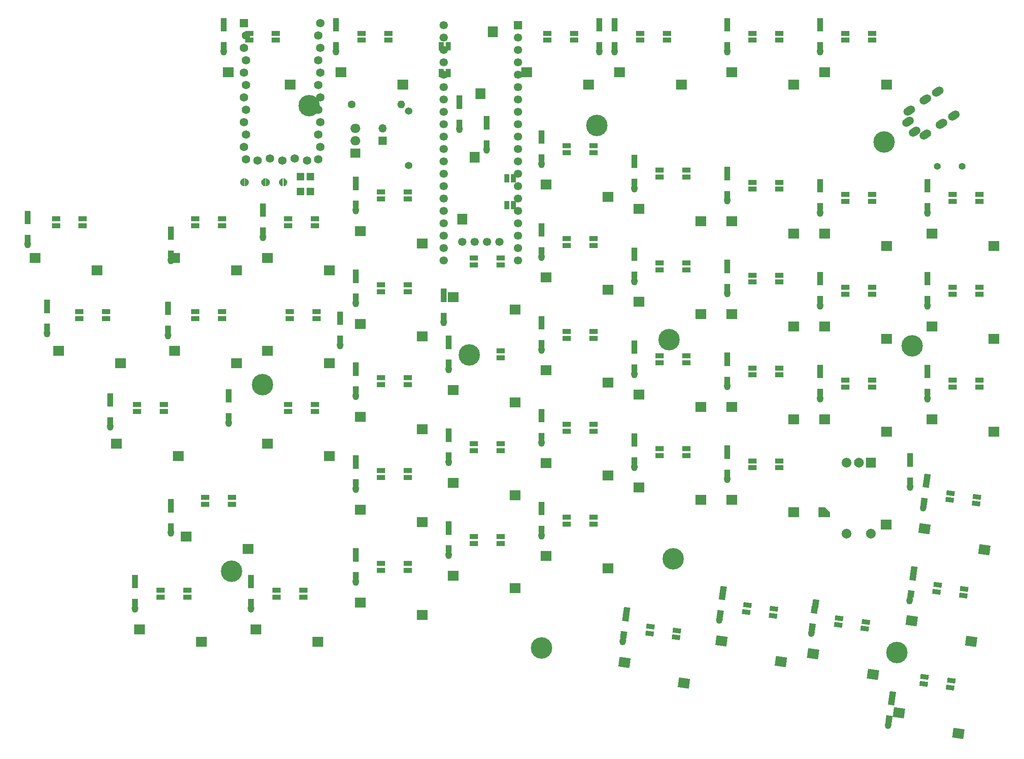
<source format=gtl>
%TF.GenerationSoftware,KiCad,Pcbnew,(6.0.5-0)*%
%TF.CreationDate,2023-02-03T13:19:03-08:00*%
%TF.ProjectId,ergodonk_pcb,6572676f-646f-46e6-9b5f-7063622e6b69,rev?*%
%TF.SameCoordinates,Original*%
%TF.FileFunction,Copper,L1,Top*%
%TF.FilePolarity,Positive*%
%FSLAX46Y46*%
G04 Gerber Fmt 4.6, Leading zero omitted, Abs format (unit mm)*
G04 Created by KiCad (PCBNEW (6.0.5-0)) date 2023-02-03 13:19:03*
%MOMM*%
%LPD*%
G01*
G04 APERTURE LIST*
G04 Aperture macros list*
%AMHorizOval*
0 Thick line with rounded ends*
0 $1 width*
0 $2 $3 position (X,Y) of the first rounded end (center of the circle)*
0 $4 $5 position (X,Y) of the second rounded end (center of the circle)*
0 Add line between two ends*
20,1,$1,$2,$3,$4,$5,0*
0 Add two circle primitives to create the rounded ends*
1,1,$1,$2,$3*
1,1,$1,$4,$5*%
%AMRotRect*
0 Rectangle, with rotation*
0 The origin of the aperture is its center*
0 $1 length*
0 $2 width*
0 $3 Rotation angle, in degrees counterclockwise*
0 Add horizontal line*
21,1,$1,$2,0,0,$3*%
%AMOutline5P*
0 Free polygon, 5 corners , with rotation*
0 The origin of the aperture is its center*
0 number of corners: always 5*
0 $1 to $10 corner X, Y*
0 $11 Rotation angle, in degrees counterclockwise*
0 create outline with 5 corners*
4,1,5,$1,$2,$3,$4,$5,$6,$7,$8,$9,$10,$1,$2,$11*%
%AMOutline6P*
0 Free polygon, 6 corners , with rotation*
0 The origin of the aperture is its center*
0 number of corners: always 6*
0 $1 to $12 corner X, Y*
0 $13 Rotation angle, in degrees counterclockwise*
0 create outline with 6 corners*
4,1,6,$1,$2,$3,$4,$5,$6,$7,$8,$9,$10,$11,$12,$1,$2,$13*%
%AMOutline7P*
0 Free polygon, 7 corners , with rotation*
0 The origin of the aperture is its center*
0 number of corners: always 7*
0 $1 to $14 corner X, Y*
0 $15 Rotation angle, in degrees counterclockwise*
0 create outline with 7 corners*
4,1,7,$1,$2,$3,$4,$5,$6,$7,$8,$9,$10,$11,$12,$13,$14,$1,$2,$15*%
%AMOutline8P*
0 Free polygon, 8 corners , with rotation*
0 The origin of the aperture is its center*
0 number of corners: always 8*
0 $1 to $16 corner X, Y*
0 $17 Rotation angle, in degrees counterclockwise*
0 create outline with 8 corners*
4,1,8,$1,$2,$3,$4,$5,$6,$7,$8,$9,$10,$11,$12,$13,$14,$15,$16,$1,$2,$17*%
G04 Aperture macros list end*
%TA.AperFunction,EtchedComponent*%
%ADD10C,0.010000*%
%TD*%
%TA.AperFunction,SMDPad,CuDef*%
%ADD11R,1.700000X1.000000*%
%TD*%
%TA.AperFunction,SMDPad,CuDef*%
%ADD12R,2.300000X2.000000*%
%TD*%
%TA.AperFunction,SMDPad,CuDef*%
%ADD13RotRect,1.700000X1.000000X172.000000*%
%TD*%
%TA.AperFunction,SMDPad,CuDef*%
%ADD14RotRect,2.300000X2.000000X352.000000*%
%TD*%
%TA.AperFunction,ComponentPad*%
%ADD15C,0.700000*%
%TD*%
%TA.AperFunction,ComponentPad*%
%ADD16C,4.400000*%
%TD*%
%TA.AperFunction,ComponentPad*%
%ADD17C,0.400000*%
%TD*%
%TA.AperFunction,SMDPad,CuDef*%
%ADD18R,1.000000X1.700000*%
%TD*%
%TA.AperFunction,SMDPad,CuDef*%
%ADD19R,2.000000X2.300000*%
%TD*%
%TA.AperFunction,ComponentPad*%
%ADD20R,2.000000X2.000000*%
%TD*%
%TA.AperFunction,ComponentPad*%
%ADD21C,2.000000*%
%TD*%
%TA.AperFunction,SMDPad,CuDef*%
%ADD22Outline5P,-1.150000X1.000000X0.150000X1.000000X1.150000X0.000000X1.150000X-1.000000X-1.150000X-1.000000X0.000000*%
%TD*%
%TA.AperFunction,ComponentPad*%
%ADD23R,1.752600X1.752600*%
%TD*%
%TA.AperFunction,ComponentPad*%
%ADD24C,1.752600*%
%TD*%
%TA.AperFunction,ComponentPad*%
%ADD25R,1.524000X1.524000*%
%TD*%
%TA.AperFunction,SMDPad,CuDef*%
%ADD26R,1.300000X1.400000*%
%TD*%
%TA.AperFunction,ComponentPad*%
%ADD27R,1.300000X1.778000*%
%TD*%
%TA.AperFunction,ComponentPad*%
%ADD28O,1.300000X1.778000*%
%TD*%
%TA.AperFunction,ComponentPad*%
%ADD29HorizOval,1.700000X-0.332394X-0.222518X0.332394X0.222518X0*%
%TD*%
%TA.AperFunction,ComponentPad*%
%ADD30C,1.397000*%
%TD*%
%TA.AperFunction,SMDPad,CuDef*%
%ADD31RotRect,1.400000X1.300000X82.000000*%
%TD*%
%TA.AperFunction,ComponentPad*%
%ADD32RotRect,1.778000X1.300000X262.000000*%
%TD*%
%TA.AperFunction,ComponentPad*%
%ADD33HorizOval,1.300000X-0.033262X-0.236674X0.033262X0.236674X0*%
%TD*%
%TA.AperFunction,ComponentPad*%
%ADD34R,2.000000X1.905000*%
%TD*%
%TA.AperFunction,ComponentPad*%
%ADD35O,2.000000X1.905000*%
%TD*%
%TA.AperFunction,ComponentPad*%
%ADD36C,1.524000*%
%TD*%
%TA.AperFunction,ComponentPad*%
%ADD37R,1.700000X1.700000*%
%TD*%
%TA.AperFunction,ComponentPad*%
%ADD38C,1.700000*%
%TD*%
%TA.AperFunction,ComponentPad*%
%ADD39O,1.700000X1.700000*%
%TD*%
%TA.AperFunction,ComponentPad*%
%ADD40C,1.600000*%
%TD*%
%TA.AperFunction,ComponentPad*%
%ADD41O,1.600000X1.600000*%
%TD*%
G04 APERTURE END LIST*
%TO.C,JP4*%
G36*
X50071500Y-59334450D02*
G01*
X50297100Y-59464750D01*
X50464500Y-59664250D01*
X50553600Y-59909050D01*
X50553600Y-60169450D01*
X50464500Y-60414250D01*
X50297100Y-60613750D01*
X50071500Y-60744050D01*
X49815000Y-60789250D01*
X49815000Y-59289250D01*
X50071500Y-59334450D01*
G37*
D10*
X50071500Y-59334450D02*
X50297100Y-59464750D01*
X50464500Y-59664250D01*
X50553600Y-59909050D01*
X50553600Y-60169450D01*
X50464500Y-60414250D01*
X50297100Y-60613750D01*
X50071500Y-60744050D01*
X49815000Y-60789250D01*
X49815000Y-59289250D01*
X50071500Y-59334450D01*
G36*
X49615000Y-60789250D02*
G01*
X49358500Y-60744050D01*
X49132900Y-60613750D01*
X48965500Y-60414250D01*
X48876400Y-60169450D01*
X48876400Y-59909050D01*
X48965500Y-59664250D01*
X49132900Y-59464750D01*
X49358500Y-59334450D01*
X49615000Y-59289250D01*
X49615000Y-60789250D01*
G37*
X49615000Y-60789250D02*
X49358500Y-60744050D01*
X49132900Y-60613750D01*
X48965500Y-60414250D01*
X48876400Y-60169450D01*
X48876400Y-59909050D01*
X48965500Y-59664250D01*
X49132900Y-59464750D01*
X49358500Y-59334450D01*
X49615000Y-59289250D01*
X49615000Y-60789250D01*
%TO.C,JP5*%
G36*
X53696500Y-59334450D02*
G01*
X53922100Y-59464750D01*
X54089500Y-59664250D01*
X54178600Y-59909050D01*
X54178600Y-60169450D01*
X54089500Y-60414250D01*
X53922100Y-60613750D01*
X53696500Y-60744050D01*
X53440000Y-60789250D01*
X53440000Y-59289250D01*
X53696500Y-59334450D01*
G37*
X53696500Y-59334450D02*
X53922100Y-59464750D01*
X54089500Y-59664250D01*
X54178600Y-59909050D01*
X54178600Y-60169450D01*
X54089500Y-60414250D01*
X53922100Y-60613750D01*
X53696500Y-60744050D01*
X53440000Y-60789250D01*
X53440000Y-59289250D01*
X53696500Y-59334450D01*
G36*
X53240000Y-60789250D02*
G01*
X52983500Y-60744050D01*
X52757900Y-60613750D01*
X52590500Y-60414250D01*
X52501400Y-60169450D01*
X52501400Y-59909050D01*
X52590500Y-59664250D01*
X52757900Y-59464750D01*
X52983500Y-59334450D01*
X53240000Y-59289250D01*
X53240000Y-60789250D01*
G37*
X53240000Y-60789250D02*
X52983500Y-60744050D01*
X52757900Y-60613750D01*
X52590500Y-60414250D01*
X52501400Y-60169450D01*
X52501400Y-59909050D01*
X52590500Y-59664250D01*
X52757900Y-59464750D01*
X52983500Y-59334450D01*
X53240000Y-59289250D01*
X53240000Y-60789250D01*
%TO.C,JP2*%
G36*
X45759000Y-59334450D02*
G01*
X45984600Y-59464750D01*
X46152000Y-59664250D01*
X46241100Y-59909050D01*
X46241100Y-60169450D01*
X46152000Y-60414250D01*
X45984600Y-60613750D01*
X45759000Y-60744050D01*
X45502500Y-60789250D01*
X45502500Y-59289250D01*
X45759000Y-59334450D01*
G37*
X45759000Y-59334450D02*
X45984600Y-59464750D01*
X46152000Y-59664250D01*
X46241100Y-59909050D01*
X46241100Y-60169450D01*
X46152000Y-60414250D01*
X45984600Y-60613750D01*
X45759000Y-60744050D01*
X45502500Y-60789250D01*
X45502500Y-59289250D01*
X45759000Y-59334450D01*
G36*
X45302500Y-60789250D02*
G01*
X45046000Y-60744050D01*
X44820400Y-60613750D01*
X44653000Y-60414250D01*
X44563900Y-60169450D01*
X44563900Y-59909050D01*
X44653000Y-59664250D01*
X44820400Y-59464750D01*
X45046000Y-59334450D01*
X45302500Y-59289250D01*
X45302500Y-60789250D01*
G37*
X45302500Y-60789250D02*
X45046000Y-60744050D01*
X44820400Y-60613750D01*
X44653000Y-60414250D01*
X44563900Y-60169450D01*
X44563900Y-59909050D01*
X44653000Y-59664250D01*
X44820400Y-59464750D01*
X45046000Y-59334450D01*
X45302500Y-59289250D01*
X45302500Y-60789250D01*
%TD*%
D11*
%TO.P,SW14,1,VDD*%
%TO.N,VDD*%
X111550000Y-53976000D03*
%TO.P,SW14,2,DOUT*%
%TO.N,Net-(SW14-Pad2)*%
X111550000Y-52576000D03*
%TO.P,SW14,3,GND*%
%TO.N,GND*%
X117050000Y-52576000D03*
%TO.P,SW14,4,DIN*%
%TO.N,Net-(SW13-Pad2)*%
X117050000Y-53976000D03*
D12*
%TO.P,SW14,5*%
%TO.N,Net-(D14-Pad2)*%
X120000000Y-63095000D03*
%TO.P,SW14,6*%
%TO.N,col4*%
X107300000Y-60555000D03*
%TD*%
D11*
%TO.P,SW35,1,VDD*%
%TO.N,VDD*%
X92500000Y-96076000D03*
%TO.P,SW35,2,DOUT*%
%TO.N,Net-(SW35-Pad2)*%
X92500000Y-94676000D03*
%TO.P,SW35,3,GND*%
%TO.N,GND*%
X98000000Y-94676000D03*
%TO.P,SW35,4,DIN*%
%TO.N,Net-(SW34-Pad2)*%
X98000000Y-96076000D03*
D12*
%TO.P,SW35,5*%
%TO.N,Net-(D35-Pad2)*%
X100950000Y-105195000D03*
%TO.P,SW35,6*%
%TO.N,col5*%
X88250000Y-102655000D03*
%TD*%
D11*
%TO.P,SW18_RH10,1,VDD*%
%TO.N,VDD*%
X35350000Y-68976000D03*
%TO.P,SW18_RH10,2,DOUT*%
%TO.N,Net-(SW28_RH10-Pad4)*%
X35350000Y-67576000D03*
%TO.P,SW18_RH10,3,GND*%
%TO.N,GND*%
X40850000Y-67576000D03*
%TO.P,SW18_RH10,4,DIN*%
%TO.N,Net-(SW18_RH10-Pad4)*%
X40850000Y-68976000D03*
D12*
%TO.P,SW18_RH10,5*%
%TO.N,Net-(D18_RH10-Pad2)*%
X43800000Y-78095000D03*
%TO.P,SW18_RH10,6*%
%TO.N,col0*%
X31100000Y-75555000D03*
%TD*%
D13*
%TO.P,SW51,1,VDD*%
%TO.N,VDD*%
X167258911Y-150853929D03*
%TO.P,SW51,2,DOUT*%
%TO.N,Net-(SW50-Pad4)*%
X167453753Y-149467554D03*
%TO.P,SW51,3,GND*%
%TO.N,GND*%
X172900228Y-150233006D03*
%TO.P,SW51,4,DIN*%
%TO.N,Net-(SW51-Pad4)*%
X172705385Y-151619381D03*
D14*
%TO.P,SW51,5*%
%TO.N,Net-(D51-Pad2)*%
X174357557Y-161060196D03*
%TO.P,SW51,6*%
%TO.N,SW41A*%
X162134652Y-156777417D03*
%TD*%
D15*
%TO.P,H7,1*%
%TO.N,N/C*%
X42799000Y-138177000D03*
X41632274Y-140993726D03*
X43965726Y-140993726D03*
X42799000Y-141477000D03*
D16*
X42799000Y-139827000D03*
D15*
X43965726Y-138660274D03*
X44449000Y-139827000D03*
X41632274Y-138660274D03*
X41149000Y-139827000D03*
%TD*%
D11*
%TO.P,SW33,1,VDD*%
%TO.N,VDD*%
X130600000Y-97076000D03*
%TO.P,SW33,2,DOUT*%
%TO.N,Net-(SW33-Pad2)*%
X130600000Y-95676000D03*
%TO.P,SW33,3,GND*%
%TO.N,GND*%
X136100000Y-95676000D03*
%TO.P,SW33,4,DIN*%
%TO.N,Net-(SW32-Pad2)*%
X136100000Y-97076000D03*
D12*
%TO.P,SW33,5*%
%TO.N,Net-(D33-Pad2)*%
X139050000Y-106195000D03*
%TO.P,SW33,6*%
%TO.N,col3*%
X126350000Y-103655000D03*
%TD*%
D17*
%TO.P,JP4,1,A*%
%TO.N,Net-(JP4-Pad1)*%
X49265000Y-60039250D03*
%TO.P,JP4,2,B*%
%TO.N,Net-(SW20-Pad4)*%
X50165000Y-60039250D03*
%TD*%
D15*
%TO.P,H5,1*%
%TO.N,N/C*%
X132183274Y-138485476D03*
X133350000Y-138968750D03*
X131700000Y-137318750D03*
X134516726Y-136152024D03*
X135000000Y-137318750D03*
D16*
X133350000Y-137318750D03*
D15*
X134516726Y-138485476D03*
X132183274Y-136152024D03*
X133350000Y-135668750D03*
%TD*%
D11*
%TO.P,SW28_RH10,1,VDD*%
%TO.N,VDD*%
X11537500Y-88026000D03*
%TO.P,SW28_RH10,2,DOUT*%
%TO.N,Net-(SW28_RH10-Pad2)*%
X11537500Y-86626000D03*
%TO.P,SW28_RH10,3,GND*%
%TO.N,GND*%
X17037500Y-86626000D03*
%TO.P,SW28_RH10,4,DIN*%
%TO.N,Net-(SW28_RH10-Pad4)*%
X17037500Y-88026000D03*
D12*
%TO.P,SW28_RH10,5*%
%TO.N,Net-(D28_RH10-Pad2)*%
X19987500Y-97145000D03*
%TO.P,SW28_RH10,6*%
%TO.N,col0*%
X7287500Y-94605000D03*
%TD*%
D11*
%TO.P,SW16,1,VDD*%
%TO.N,VDD*%
X73450000Y-63476000D03*
%TO.P,SW16,2,DOUT*%
%TO.N,Net-(SW16-Pad2)*%
X73450000Y-62076000D03*
%TO.P,SW16,3,GND*%
%TO.N,GND*%
X78950000Y-62076000D03*
%TO.P,SW16,4,DIN*%
%TO.N,Net-(SW15-Pad2)*%
X78950000Y-63476000D03*
D12*
%TO.P,SW16,5*%
%TO.N,Net-(D16-Pad2)*%
X81900000Y-72595000D03*
%TO.P,SW16,6*%
%TO.N,col6*%
X69200000Y-70055000D03*
%TD*%
D11*
%TO.P,SW45,1,VDD*%
%TO.N,VDD*%
X92500000Y-115126000D03*
%TO.P,SW45,2,DOUT*%
%TO.N,Net-(SW44-Pad4)*%
X92500000Y-113726000D03*
%TO.P,SW45,3,GND*%
%TO.N,GND*%
X98000000Y-113726000D03*
%TO.P,SW45,4,DIN*%
%TO.N,Net-(SW45-Pad4)*%
X98000000Y-115126000D03*
D12*
%TO.P,SW45,5*%
%TO.N,Net-(D45-Pad2)*%
X100950000Y-124245000D03*
%TO.P,SW45,6*%
%TO.N,col5*%
X88250000Y-121705000D03*
%TD*%
D11*
%TO.P,SW6,1,VDD*%
%TO.N,VDD*%
X69450000Y-30926000D03*
%TO.P,SW6,2,DOUT*%
%TO.N,Net-(SW6-Pad2)*%
X69450000Y-29526000D03*
%TO.P,SW6,3,GND*%
%TO.N,GND*%
X74950000Y-29526000D03*
%TO.P,SW6,4,DIN*%
%TO.N,Net-(SW5-Pad2)*%
X74950000Y-30926000D03*
D12*
%TO.P,SW6,5*%
%TO.N,Net-(D6-Pad2)*%
X77900000Y-40045000D03*
%TO.P,SW6,6*%
%TO.N,col6*%
X65200000Y-37505000D03*
%TD*%
D11*
%TO.P,SW55,1,VDD*%
%TO.N,VDD*%
X92500000Y-134176000D03*
%TO.P,SW55,2,DOUT*%
%TO.N,Net-(SW55-Pad2)*%
X92500000Y-132776000D03*
%TO.P,SW55,3,GND*%
%TO.N,GND*%
X98000000Y-132776000D03*
%TO.P,SW55,4,DIN*%
%TO.N,Net-(SW54-Pad2)*%
X98000000Y-134176000D03*
D12*
%TO.P,SW55,5*%
%TO.N,Net-(D55-Pad2)*%
X100950000Y-143295000D03*
%TO.P,SW55,6*%
%TO.N,col5*%
X88250000Y-140755000D03*
%TD*%
D18*
%TO.P,SW5,1,VDD*%
%TO.N,VDD*%
X87251000Y-37675000D03*
%TO.P,SW5,2,DOUT*%
%TO.N,Net-(SW5-Pad2)*%
X85851000Y-37675000D03*
%TO.P,SW5,3,GND*%
%TO.N,GND*%
X85851000Y-32175000D03*
%TO.P,SW5,4,DIN*%
%TO.N,Net-(SW5-Pad4)*%
X87251000Y-32175000D03*
D19*
%TO.P,SW5,5*%
%TO.N,Net-(D5-Pad2)*%
X96370000Y-29225000D03*
%TO.P,SW5,6*%
%TO.N,col5*%
X93830000Y-41925000D03*
%TD*%
D20*
%TO.P,SWLH_ROT1,A,A*%
%TO.N,encA*%
X173950000Y-117625000D03*
D21*
%TO.P,SWLH_ROT1,B,B*%
%TO.N,encB*%
X168950000Y-117625000D03*
%TO.P,SWLH_ROT1,C,C*%
%TO.N,GND*%
X171450000Y-117625000D03*
D12*
%TO.P,SWLH_ROT1,S1,S1*%
%TO.N,SW41A*%
X177122000Y-130245000D03*
D21*
X173950000Y-132125000D03*
D22*
%TO.P,SWLH_ROT1,S2,S2*%
%TO.N,SW41B*%
X164422000Y-127705000D03*
D21*
X168950000Y-132125000D03*
%TD*%
D11*
%TO.P,SW43,1,VDD*%
%TO.N,VDD*%
X130600000Y-116126000D03*
%TO.P,SW43,2,DOUT*%
%TO.N,Net-(SW42-Pad4)*%
X130600000Y-114726000D03*
%TO.P,SW43,3,GND*%
%TO.N,GND*%
X136100000Y-114726000D03*
%TO.P,SW43,4,DIN*%
%TO.N,Net-(SW43-Pad4)*%
X136100000Y-116126000D03*
D12*
%TO.P,SW43,5*%
%TO.N,Net-(D43-Pad2)*%
X139050000Y-125245000D03*
%TO.P,SW43,6*%
%TO.N,col3*%
X126350000Y-122705000D03*
%TD*%
D15*
%TO.P,H4,1*%
%TO.N,N/C*%
X180898274Y-156539726D03*
X178081548Y-157706452D03*
X179248274Y-158189726D03*
X177598274Y-156539726D03*
X180415000Y-155373000D03*
X179248274Y-154889726D03*
X178081548Y-155373000D03*
D16*
X179248274Y-156539726D03*
D15*
X180415000Y-157706452D03*
%TD*%
D13*
%TO.P,SW50,1,VDD*%
%TO.N,VDD*%
X184797894Y-162937480D03*
%TO.P,SW50,2,DOUT*%
%TO.N,GND*%
X184992736Y-161551105D03*
%TO.P,SW50,3,GND*%
X190439211Y-162316557D03*
%TO.P,SW50,4,DIN*%
%TO.N,Net-(SW50-Pad4)*%
X190244368Y-163702932D03*
D14*
%TO.P,SW50,5*%
%TO.N,Net-(D50-Pad2)*%
X191896540Y-173143747D03*
%TO.P,SW50,6*%
%TO.N,col0*%
X179673635Y-168860968D03*
%TD*%
D11*
%TO.P,SW21,1,VDD*%
%TO.N,VDD*%
X168700000Y-83026000D03*
%TO.P,SW21,2,DOUT*%
%TO.N,Net-(SW21-Pad2)*%
X168700000Y-81626000D03*
%TO.P,SW21,3,GND*%
%TO.N,GND*%
X174200000Y-81626000D03*
%TO.P,SW21,4,DIN*%
%TO.N,Net-(SW21-Pad4)*%
X174200000Y-83026000D03*
D12*
%TO.P,SW21,5*%
%TO.N,Net-(D21-Pad2)*%
X177150000Y-92145000D03*
%TO.P,SW21,6*%
%TO.N,SW41A*%
X164450000Y-89605000D03*
%TD*%
D11*
%TO.P,SW4,1,VDD*%
%TO.N,VDD*%
X107550000Y-30926000D03*
%TO.P,SW4,2,DOUT*%
%TO.N,Net-(SW5-Pad4)*%
X107550000Y-29526000D03*
%TO.P,SW4,3,GND*%
%TO.N,GND*%
X113050000Y-29526000D03*
%TO.P,SW4,4,DIN*%
%TO.N,Net-(SW3-Pad2)*%
X113050000Y-30926000D03*
D12*
%TO.P,SW4,5*%
%TO.N,Net-(D4-Pad2)*%
X116000000Y-40045000D03*
%TO.P,SW4,6*%
%TO.N,col4*%
X103300000Y-37505000D03*
%TD*%
D23*
%TO.P,U1,1*%
%TO.N,N/C*%
X45331400Y-27448000D03*
D24*
%TO.P,U1,2*%
X45788600Y-29988000D03*
%TO.P,U1,3*%
X45331400Y-32528000D03*
%TO.P,U1,4*%
X45788600Y-35068000D03*
%TO.P,U1,5*%
X45331400Y-37608000D03*
%TO.P,U1,6*%
X45788600Y-40148000D03*
%TO.P,U1,7*%
X45331400Y-42688000D03*
%TO.P,U1,8*%
X45788600Y-45228000D03*
%TO.P,U1,9*%
X45331400Y-47768000D03*
%TO.P,U1,10*%
X45788600Y-50308000D03*
%TO.P,U1,11*%
X45331400Y-52848000D03*
%TO.P,U1,12*%
X45788600Y-55388000D03*
%TO.P,U1,13*%
X60571400Y-55388000D03*
%TO.P,U1,14*%
X61028600Y-52848000D03*
%TO.P,U1,15*%
X60571400Y-50308000D03*
%TO.P,U1,16*%
X61028600Y-47768000D03*
%TO.P,U1,17*%
X60571400Y-45228000D03*
%TO.P,U1,18*%
X61028600Y-42688000D03*
%TO.P,U1,19*%
X60571400Y-40148000D03*
%TO.P,U1,20*%
X61028600Y-37608000D03*
%TO.P,U1,21*%
X60571400Y-35068000D03*
%TO.P,U1,22*%
X61028600Y-32528000D03*
%TO.P,U1,23*%
X60571400Y-29988000D03*
%TO.P,U1,24*%
X61028600Y-27448000D03*
%TO.P,U1,25*%
X48100000Y-55616600D03*
%TO.P,U1,26*%
X50640000Y-55159400D03*
%TO.P,U1,27*%
X53180000Y-55616600D03*
%TO.P,U1,28*%
X55720000Y-55159400D03*
%TO.P,U1,29*%
X58260000Y-55616600D03*
%TD*%
D13*
%TO.P,SW53,1,VDD*%
%TO.N,VDD*%
X128535480Y-152625661D03*
%TO.P,SW53,2,DOUT*%
%TO.N,Net-(SW53-Pad2)*%
X128730322Y-151239286D03*
%TO.P,SW53,3,GND*%
%TO.N,GND*%
X134176797Y-152004738D03*
%TO.P,SW53,4,DIN*%
%TO.N,unconnected-(SW53-Pad4)*%
X133981954Y-153391113D03*
D14*
%TO.P,SW53,5*%
%TO.N,Net-(D53-Pad2)*%
X135634126Y-162831928D03*
%TO.P,SW53,6*%
%TO.N,col3*%
X123411221Y-158549149D03*
%TD*%
D11*
%TO.P,SW26,1,VDD*%
%TO.N,VDD*%
X73450000Y-82526000D03*
%TO.P,SW26,2,DOUT*%
%TO.N,Net-(SW25-Pad4)*%
X73450000Y-81126000D03*
%TO.P,SW26,3,GND*%
%TO.N,GND*%
X78950000Y-81126000D03*
%TO.P,SW26,4,DIN*%
%TO.N,Net-(SW26-Pad4)*%
X78950000Y-82526000D03*
D12*
%TO.P,SW26,5*%
%TO.N,Net-(D26-Pad2)*%
X81900000Y-91645000D03*
%TO.P,SW26,6*%
%TO.N,col6*%
X69200000Y-89105000D03*
%TD*%
D15*
%TO.P,H10,1*%
%TO.N,N/C*%
X92710000Y-96694452D03*
X90376548Y-94361000D03*
X89893274Y-95527726D03*
X90376548Y-96694452D03*
X91543274Y-93877726D03*
X92710000Y-94361000D03*
X93193274Y-95527726D03*
D16*
X91543274Y-95527726D03*
D15*
X91543274Y-97177726D03*
%TD*%
D11*
%TO.P,SW12,1,VDD*%
%TO.N,VDD*%
X149650000Y-61476000D03*
%TO.P,SW12,2,DOUT*%
%TO.N,Net-(SW12-Pad2)*%
X149650000Y-60076000D03*
%TO.P,SW12,3,GND*%
%TO.N,GND*%
X155150000Y-60076000D03*
%TO.P,SW12,4,DIN*%
%TO.N,Net-(SW11-Pad2)*%
X155150000Y-61476000D03*
D12*
%TO.P,SW12,5*%
%TO.N,Net-(D12-Pad2)*%
X158100000Y-70595000D03*
%TO.P,SW12,6*%
%TO.N,col2*%
X145400000Y-68055000D03*
%TD*%
D13*
%TO.P,SW40,1,VDD*%
%TO.N,VDD*%
X187449141Y-144072873D03*
%TO.P,SW40,2,DOUT*%
%TO.N,Net-(SW40-Pad2)*%
X187643983Y-142686498D03*
%TO.P,SW40,3,GND*%
%TO.N,GND*%
X193090458Y-143451950D03*
%TO.P,SW40,4,DIN*%
X192895615Y-144838325D03*
D14*
%TO.P,SW40,5*%
%TO.N,Net-(D40-Pad2)*%
X194547787Y-154279140D03*
%TO.P,SW40,6*%
%TO.N,col0*%
X182324882Y-149996361D03*
%TD*%
D11*
%TO.P,SW44,1,VDD*%
%TO.N,VDD*%
X111550000Y-111126000D03*
%TO.P,SW44,2,DOUT*%
%TO.N,Net-(SW43-Pad4)*%
X111550000Y-109726000D03*
%TO.P,SW44,3,GND*%
%TO.N,GND*%
X117050000Y-109726000D03*
%TO.P,SW44,4,DIN*%
%TO.N,Net-(SW44-Pad4)*%
X117050000Y-111126000D03*
D12*
%TO.P,SW44,5*%
%TO.N,Net-(D44-Pad2)*%
X120000000Y-120245000D03*
%TO.P,SW44,6*%
%TO.N,col4*%
X107300000Y-117705000D03*
%TD*%
D15*
%TO.P,H3,1*%
%TO.N,N/C*%
X183538726Y-92432274D03*
X181205274Y-92432274D03*
X180722000Y-93599000D03*
X181205274Y-94765726D03*
X183538726Y-94765726D03*
X182372000Y-91949000D03*
X184022000Y-93599000D03*
X182372000Y-95249000D03*
D16*
X182372000Y-93599000D03*
%TD*%
D15*
%TO.P,H6,1*%
%TO.N,N/C*%
X107529226Y-154408274D03*
X108012500Y-155575000D03*
X105195774Y-154408274D03*
X106362500Y-157225000D03*
X107529226Y-156741726D03*
X106362500Y-153925000D03*
X105195774Y-156741726D03*
X104712500Y-155575000D03*
D16*
X106362500Y-155575000D03*
%TD*%
D11*
%TO.P,SW56,1,VDD*%
%TO.N,VDD*%
X73450000Y-139676000D03*
%TO.P,SW56,2,DOUT*%
%TO.N,Net-(SW56-Pad2)*%
X73450000Y-138276000D03*
%TO.P,SW56,3,GND*%
%TO.N,GND*%
X78950000Y-138276000D03*
%TO.P,SW56,4,DIN*%
%TO.N,Net-(SW55-Pad2)*%
X78950000Y-139676000D03*
D12*
%TO.P,SW56,5*%
%TO.N,Net-(D56-Pad2)*%
X81900000Y-148795000D03*
%TO.P,SW56,6*%
%TO.N,col6*%
X69200000Y-146255000D03*
%TD*%
D17*
%TO.P,JP5,1,A*%
%TO.N,Net-(SW0-Pad2)*%
X52890000Y-60039250D03*
%TO.P,JP5,2,B*%
%TO.N,Net-(SW1-Pad4)*%
X53790000Y-60039250D03*
%TD*%
D13*
%TO.P,SW52,1,VDD*%
%TO.N,VDD*%
X148394955Y-148203627D03*
%TO.P,SW52,2,DOUT*%
%TO.N,Net-(SW51-Pad4)*%
X148589797Y-146817252D03*
%TO.P,SW52,3,GND*%
%TO.N,GND*%
X154036272Y-147582704D03*
%TO.P,SW52,4,DIN*%
%TO.N,Net-(SW53-Pad2)*%
X153841429Y-148969079D03*
D14*
%TO.P,SW52,5*%
%TO.N,Net-(D52-Pad2)*%
X155493601Y-158409894D03*
%TO.P,SW52,6*%
%TO.N,col2*%
X143270696Y-154127115D03*
%TD*%
D15*
%TO.P,H1,1*%
%TO.N,N/C*%
X118895726Y-49553726D03*
X118895726Y-47220274D03*
X116562274Y-47220274D03*
X117729000Y-50037000D03*
X119379000Y-48387000D03*
D16*
X117729000Y-48387000D03*
D15*
X117729000Y-46737000D03*
X116079000Y-48387000D03*
X116562274Y-49553726D03*
%TD*%
D11*
%TO.P,SW10,1,VDD*%
%TO.N,VDD*%
X190750000Y-83026000D03*
%TO.P,SW10,2,DOUT*%
%TO.N,Net-(SW0-Pad4)*%
X190750000Y-81626000D03*
%TO.P,SW10,3,GND*%
%TO.N,GND*%
X196250000Y-81626000D03*
%TO.P,SW10,4,DIN*%
%TO.N,Net-(SW20-Pad2)*%
X196250000Y-83026000D03*
D12*
%TO.P,SW10,5*%
%TO.N,Net-(D10-Pad2)*%
X199200000Y-92145000D03*
%TO.P,SW10,6*%
%TO.N,col0*%
X186500000Y-89605000D03*
%TD*%
D11*
%TO.P,SW22,1,VDD*%
%TO.N,VDD*%
X149650000Y-80526000D03*
%TO.P,SW22,2,DOUT*%
%TO.N,Net-(SW21-Pad4)*%
X149650000Y-79126000D03*
%TO.P,SW22,3,GND*%
%TO.N,GND*%
X155150000Y-79126000D03*
%TO.P,SW22,4,DIN*%
%TO.N,Net-(SW22-Pad4)*%
X155150000Y-80526000D03*
D12*
%TO.P,SW22,5*%
%TO.N,Net-(D22-Pad2)*%
X158100000Y-89645000D03*
%TO.P,SW22,6*%
%TO.N,col2*%
X145400000Y-87105000D03*
%TD*%
D11*
%TO.P,SW24,1,VDD*%
%TO.N,VDD*%
X111550000Y-73026000D03*
%TO.P,SW24,2,DOUT*%
%TO.N,Net-(SW23-Pad4)*%
X111550000Y-71626000D03*
%TO.P,SW24,3,GND*%
%TO.N,GND*%
X117050000Y-71626000D03*
%TO.P,SW24,4,DIN*%
%TO.N,Net-(SW24-Pad4)*%
X117050000Y-73026000D03*
D12*
%TO.P,SW24,5*%
%TO.N,Net-(D24-Pad2)*%
X120000000Y-82145000D03*
%TO.P,SW24,6*%
%TO.N,col4*%
X107300000Y-79605000D03*
%TD*%
D11*
%TO.P,SW1,1,VDD*%
%TO.N,VDD*%
X168700000Y-30926000D03*
%TO.P,SW1,2,DOUT*%
%TO.N,Net-(SW2-Pad4)*%
X168700000Y-29526000D03*
%TO.P,SW1,3,GND*%
%TO.N,GND*%
X174200000Y-29526000D03*
%TO.P,SW1,4,DIN*%
%TO.N,Net-(SW1-Pad4)*%
X174200000Y-30926000D03*
D12*
%TO.P,SW1,5*%
%TO.N,Net-(D1-Pad2)*%
X177150000Y-40045000D03*
%TO.P,SW1,6*%
%TO.N,SW41A*%
X164450000Y-37505000D03*
%TD*%
D11*
%TO.P,SW37,1,VDD*%
%TO.N,VDD*%
X54400000Y-107076000D03*
%TO.P,SW37,2,DOUT*%
%TO.N,Net-(SW37-Pad2)*%
X54400000Y-105676000D03*
%TO.P,SW37,3,GND*%
%TO.N,GND*%
X59900000Y-105676000D03*
%TO.P,SW37,4,DIN*%
%TO.N,Net-(SW36-Pad2)*%
X59900000Y-107076000D03*
D12*
%TO.P,SW37,5*%
%TO.N,Net-(D37-Pad2)*%
X62850000Y-116195000D03*
%TO.P,SW37,6*%
%TO.N,SW41A*%
X50150000Y-113655000D03*
%TD*%
D11*
%TO.P,SW47,1,VDD*%
%TO.N,VDD*%
X37381250Y-126126000D03*
%TO.P,SW47,2,DOUT*%
%TO.N,Net-(SW46-Pad4)*%
X37381250Y-124726000D03*
%TO.P,SW47,3,GND*%
%TO.N,GND*%
X42881250Y-124726000D03*
%TO.P,SW47,4,DIN*%
%TO.N,Net-(SW37-Pad2)*%
X42881250Y-126126000D03*
D12*
%TO.P,SW47,5*%
%TO.N,Net-(D47-Pad2)*%
X46181250Y-135245000D03*
%TO.P,SW47,6*%
%TO.N,SW41A*%
X33481250Y-132705000D03*
%TD*%
D11*
%TO.P,SW20,1,VDD*%
%TO.N,VDD*%
X190750000Y-102076000D03*
%TO.P,SW20,2,DOUT*%
%TO.N,Net-(SW20-Pad2)*%
X190750000Y-100676000D03*
%TO.P,SW20,3,GND*%
%TO.N,GND*%
X196250000Y-100676000D03*
%TO.P,SW20,4,DIN*%
%TO.N,Net-(SW20-Pad4)*%
X196250000Y-102076000D03*
D12*
%TO.P,SW20,5*%
%TO.N,Net-(D20-Pad2)*%
X199200000Y-111195000D03*
%TO.P,SW20,6*%
%TO.N,col0*%
X186500000Y-108655000D03*
%TD*%
D11*
%TO.P,SW2,1,VDD*%
%TO.N,VDD*%
X149650000Y-30926000D03*
%TO.P,SW2,2,DOUT*%
%TO.N,Net-(SW3-Pad4)*%
X149650000Y-29526000D03*
%TO.P,SW2,3,GND*%
%TO.N,GND*%
X155150000Y-29526000D03*
%TO.P,SW2,4,DIN*%
%TO.N,Net-(SW2-Pad4)*%
X155150000Y-30926000D03*
D12*
%TO.P,SW2,5*%
%TO.N,Net-(D2-Pad2)*%
X158100000Y-40045000D03*
%TO.P,SW2,6*%
%TO.N,col2*%
X145400000Y-37505000D03*
%TD*%
D11*
%TO.P,SW42,1,VDD*%
%TO.N,VDD*%
X149650000Y-118626000D03*
%TO.P,SW42,2,DOUT*%
%TO.N,Net-(SW42-Pad2)*%
X149650000Y-117226000D03*
%TO.P,SW42,3,GND*%
%TO.N,GND*%
X155150000Y-117226000D03*
%TO.P,SW42,4,DIN*%
%TO.N,Net-(SW42-Pad4)*%
X155150000Y-118626000D03*
D12*
%TO.P,SW42,5*%
%TO.N,Net-(D42-Pad2)*%
X158100000Y-127745000D03*
%TO.P,SW42,6*%
%TO.N,col2*%
X145400000Y-125205000D03*
%TD*%
D25*
%TO.P,JP1,1,A*%
%TO.N,Net-(JP1-Pad1)*%
X56928000Y-58928000D03*
%TO.P,JP1,2,C*%
%TO.N,Net-(JP1-Pad2)*%
X58928000Y-61928000D03*
X58928000Y-58928000D03*
%TO.P,JP1,3,B*%
%TO.N,GND*%
X56928000Y-61928000D03*
%TD*%
D11*
%TO.P,SW27,1,VDD*%
%TO.N,VDD*%
X54750000Y-88026000D03*
%TO.P,SW27,2,DOUT*%
%TO.N,Net-(SW26-Pad4)*%
X54750000Y-86626000D03*
%TO.P,SW27,3,GND*%
%TO.N,GND*%
X60250000Y-86626000D03*
%TO.P,SW27,4,DIN*%
%TO.N,Net-(SW17-Pad2)*%
X60250000Y-88026000D03*
D12*
%TO.P,SW27,5*%
%TO.N,Net-(D27-Pad2)*%
X62850000Y-97145000D03*
%TO.P,SW27,6*%
%TO.N,SW41A*%
X50150000Y-94605000D03*
%TD*%
D11*
%TO.P,SW57,1,VDD*%
%TO.N,VDD*%
X52018750Y-145176000D03*
%TO.P,SW57,2,DOUT*%
%TO.N,Net-(SW57-Pad2)*%
X52018750Y-143776000D03*
%TO.P,SW57,3,GND*%
%TO.N,GND*%
X57518750Y-143776000D03*
%TO.P,SW57,4,DIN*%
%TO.N,Net-(SW56-Pad2)*%
X57518750Y-145176000D03*
D12*
%TO.P,SW57,5*%
%TO.N,Net-(D57-Pad2)*%
X60468750Y-154295000D03*
%TO.P,SW57,6*%
%TO.N,SW41A*%
X47768750Y-151755000D03*
%TD*%
D11*
%TO.P,SW34,1,VDD*%
%TO.N,VDD*%
X111550000Y-92076000D03*
%TO.P,SW34,2,DOUT*%
%TO.N,Net-(SW34-Pad2)*%
X111550000Y-90676000D03*
%TO.P,SW34,3,GND*%
%TO.N,GND*%
X117050000Y-90676000D03*
%TO.P,SW34,4,DIN*%
%TO.N,Net-(SW33-Pad2)*%
X117050000Y-92076000D03*
D12*
%TO.P,SW34,5*%
%TO.N,Net-(D34-Pad2)*%
X120000000Y-101195000D03*
%TO.P,SW34,6*%
%TO.N,col4*%
X107300000Y-98655000D03*
%TD*%
D11*
%TO.P,SW58,1,VDD*%
%TO.N,VDD*%
X28206250Y-145176000D03*
%TO.P,SW58,2,DOUT*%
%TO.N,Net-(SW58-Pad2)*%
X28206250Y-143776000D03*
%TO.P,SW58,3,GND*%
%TO.N,GND*%
X33706250Y-143776000D03*
%TO.P,SW58,4,DIN*%
%TO.N,Net-(SW57-Pad2)*%
X33706250Y-145176000D03*
D12*
%TO.P,SW58,5*%
%TO.N,Net-(D58-Pad2)*%
X36656250Y-154295000D03*
%TO.P,SW58,6*%
%TO.N,col0*%
X23956250Y-151755000D03*
%TD*%
D11*
%TO.P,SW31,1,VDD*%
%TO.N,VDD*%
X168700000Y-102076000D03*
%TO.P,SW31,2,DOUT*%
%TO.N,Net-(SW31-Pad2)*%
X168700000Y-100676000D03*
%TO.P,SW31,3,GND*%
%TO.N,GND*%
X174200000Y-100676000D03*
%TO.P,SW31,4,DIN*%
%TO.N,Net-(SW21-Pad2)*%
X174200000Y-102076000D03*
D12*
%TO.P,SW31,5*%
%TO.N,Net-(D31-Pad2)*%
X177150000Y-111195000D03*
%TO.P,SW31,6*%
%TO.N,SW41A*%
X164450000Y-108655000D03*
%TD*%
D11*
%TO.P,SW3,1,VDD*%
%TO.N,VDD*%
X126600000Y-30926000D03*
%TO.P,SW3,2,DOUT*%
%TO.N,Net-(SW3-Pad2)*%
X126600000Y-29526000D03*
%TO.P,SW3,3,GND*%
%TO.N,GND*%
X132100000Y-29526000D03*
%TO.P,SW3,4,DIN*%
%TO.N,Net-(SW3-Pad4)*%
X132100000Y-30926000D03*
D12*
%TO.P,SW3,5*%
%TO.N,Net-(D3-Pad2)*%
X135050000Y-40045000D03*
%TO.P,SW3,6*%
%TO.N,col3*%
X122350000Y-37505000D03*
%TD*%
D11*
%TO.P,SW46,1,VDD*%
%TO.N,VDD*%
X73450000Y-120626000D03*
%TO.P,SW46,2,DOUT*%
%TO.N,Net-(SW45-Pad4)*%
X73450000Y-119226000D03*
%TO.P,SW46,3,GND*%
%TO.N,GND*%
X78950000Y-119226000D03*
%TO.P,SW46,4,DIN*%
%TO.N,Net-(SW46-Pad4)*%
X78950000Y-120626000D03*
D12*
%TO.P,SW46,5*%
%TO.N,Net-(D46-Pad2)*%
X81900000Y-129745000D03*
%TO.P,SW46,6*%
%TO.N,col6*%
X69200000Y-127205000D03*
%TD*%
D13*
%TO.P,SW30,1,VDD*%
%TO.N,VDD*%
X190100389Y-125208267D03*
%TO.P,SW30,2,DOUT*%
%TO.N,Net-(JP4-Pad1)*%
X190295231Y-123821892D03*
%TO.P,SW30,3,GND*%
%TO.N,GND*%
X195741706Y-124587344D03*
%TO.P,SW30,4,DIN*%
%TO.N,Net-(SW40-Pad2)*%
X195546863Y-125973719D03*
D14*
%TO.P,SW30,5*%
%TO.N,Net-(D30-Pad2)*%
X197199035Y-135414534D03*
%TO.P,SW30,6*%
%TO.N,col0*%
X184976130Y-131131755D03*
%TD*%
D26*
%TO.P,D48_RH10,1,K*%
%TO.N,row4*%
X17932750Y-105395000D03*
D27*
X17932750Y-104170000D03*
D26*
%TO.P,D48_RH10,2,A*%
%TO.N,Net-(D48_RH10-Pad2)*%
X17932750Y-108945000D03*
D28*
X17932750Y-110170000D03*
%TD*%
D15*
%TO.P,H2,1*%
%TO.N,N/C*%
X175007000Y-51816000D03*
X176657000Y-53466000D03*
X178307000Y-51816000D03*
X175490274Y-52982726D03*
X177823726Y-52982726D03*
X177823726Y-50649274D03*
D16*
X176657000Y-51816000D03*
D15*
X176657000Y-50166000D03*
X175490274Y-50649274D03*
%TD*%
D11*
%TO.P,SW36,1,VDD*%
%TO.N,VDD*%
X73450000Y-101576000D03*
%TO.P,SW36,2,DOUT*%
%TO.N,Net-(SW36-Pad2)*%
X73450000Y-100176000D03*
%TO.P,SW36,3,GND*%
%TO.N,GND*%
X78950000Y-100176000D03*
%TO.P,SW36,4,DIN*%
%TO.N,Net-(SW35-Pad2)*%
X78950000Y-101576000D03*
D12*
%TO.P,SW36,5*%
%TO.N,Net-(D36-Pad2)*%
X81900000Y-110695000D03*
%TO.P,SW36,6*%
%TO.N,col6*%
X69200000Y-108155000D03*
%TD*%
D11*
%TO.P,SW25,1,VDD*%
%TO.N,VDD*%
X92500000Y-77026000D03*
%TO.P,SW25,2,DOUT*%
%TO.N,Net-(SW24-Pad4)*%
X92500000Y-75626000D03*
%TO.P,SW25,3,GND*%
%TO.N,GND*%
X98000000Y-75626000D03*
%TO.P,SW25,4,DIN*%
%TO.N,Net-(SW25-Pad4)*%
X98000000Y-77026000D03*
D12*
%TO.P,SW25,5*%
%TO.N,Net-(D25-Pad2)*%
X100950000Y-86145000D03*
%TO.P,SW25,6*%
%TO.N,col5*%
X88250000Y-83605000D03*
%TD*%
D26*
%TO.P,D38_RH10,1,K*%
%TO.N,row3*%
X29739000Y-86625000D03*
D27*
X29739000Y-85400000D03*
D28*
%TO.P,D38_RH10,2,A*%
%TO.N,Net-(D38_RH10-Pad2)*%
X29739000Y-91400000D03*
D26*
X29739000Y-90175000D03*
%TD*%
D11*
%TO.P,SW32,1,VDD*%
%TO.N,VDD*%
X149650000Y-99576000D03*
%TO.P,SW32,2,DOUT*%
%TO.N,Net-(SW32-Pad2)*%
X149650000Y-98176000D03*
%TO.P,SW32,3,GND*%
%TO.N,GND*%
X155150000Y-98176000D03*
%TO.P,SW32,4,DIN*%
%TO.N,Net-(SW31-Pad2)*%
X155150000Y-99576000D03*
D12*
%TO.P,SW32,5*%
%TO.N,Net-(D32-Pad2)*%
X158100000Y-108695000D03*
%TO.P,SW32,6*%
%TO.N,col2*%
X145400000Y-106155000D03*
%TD*%
D11*
%TO.P,SW17,1,VDD*%
%TO.N,VDD*%
X54400000Y-68976000D03*
%TO.P,SW17,2,DOUT*%
%TO.N,Net-(SW17-Pad2)*%
X54400000Y-67576000D03*
%TO.P,SW17,3,GND*%
%TO.N,GND*%
X59900000Y-67576000D03*
%TO.P,SW17,4,DIN*%
%TO.N,Net-(SW16-Pad2)*%
X59900000Y-68976000D03*
D12*
%TO.P,SW17,5*%
%TO.N,Net-(D17-Pad2)*%
X62850000Y-78095000D03*
%TO.P,SW17,6*%
%TO.N,SW41A*%
X50150000Y-75555000D03*
%TD*%
D29*
%TO.P,J1,A*%
%TO.N,GND*%
X181558162Y-47618221D03*
X182921087Y-49654133D03*
%TO.P,J1,B*%
%TO.N,TRRS_VCC*%
X187648013Y-41435485D03*
X190957972Y-46379843D03*
%TO.P,J1,C*%
%TO.N,Net-(J1-PadC)*%
X188465019Y-48048730D03*
X185155060Y-43104372D03*
%TO.P,J1,D*%
%TO.N,unconnected-(J1-PadD)*%
X181831122Y-45329555D03*
X185141081Y-50273912D03*
%TD*%
D17*
%TO.P,JP2,1,A*%
%TO.N,Net-(SW58-Pad2)*%
X44952500Y-60039250D03*
%TO.P,JP2,2,B*%
%TO.N,Net-(SW08_RH10-Pad4)*%
X45852500Y-60039250D03*
%TD*%
D11*
%TO.P,SW11,1,VDD*%
%TO.N,VDD*%
X168700000Y-63976000D03*
%TO.P,SW11,2,DOUT*%
%TO.N,Net-(SW11-Pad2)*%
X168700000Y-62576000D03*
%TO.P,SW11,3,GND*%
%TO.N,GND*%
X174200000Y-62576000D03*
%TO.P,SW11,4,DIN*%
%TO.N,LED*%
X174200000Y-63976000D03*
D12*
%TO.P,SW11,5*%
%TO.N,Net-(D11-Pad2)*%
X177150000Y-73095000D03*
%TO.P,SW11,6*%
%TO.N,SW41A*%
X164450000Y-70555000D03*
%TD*%
D11*
%TO.P,SW54,1,VDD*%
%TO.N,VDD*%
X111550000Y-130176000D03*
%TO.P,SW54,2,DOUT*%
%TO.N,Net-(SW54-Pad2)*%
X111550000Y-128776000D03*
%TO.P,SW54,3,GND*%
%TO.N,GND*%
X117050000Y-128776000D03*
%TO.P,SW54,4,DIN*%
%TO.N,Net-(SW42-Pad2)*%
X117050000Y-130176000D03*
D12*
%TO.P,SW54,5*%
%TO.N,Net-(D54-Pad2)*%
X120000000Y-139295000D03*
%TO.P,SW54,6*%
%TO.N,col4*%
X107300000Y-136755000D03*
%TD*%
D11*
%TO.P,SW0,1,VDD*%
%TO.N,VDD*%
X190750000Y-63976000D03*
%TO.P,SW0,2,DOUT*%
%TO.N,Net-(SW0-Pad2)*%
X190750000Y-62576000D03*
%TO.P,SW0,3,GND*%
%TO.N,GND*%
X196250000Y-62576000D03*
%TO.P,SW0,4,DIN*%
%TO.N,Net-(SW0-Pad4)*%
X196250000Y-63976000D03*
D12*
%TO.P,SW0,5*%
%TO.N,Net-(D0-Pad2)*%
X199200000Y-73095000D03*
%TO.P,SW0,6*%
%TO.N,col0*%
X186500000Y-70555000D03*
%TD*%
D15*
%TO.P,H11,1*%
%TO.N,N/C*%
X131413274Y-91211274D03*
X132580000Y-90728000D03*
X134230000Y-92378000D03*
X132580000Y-94028000D03*
X131413274Y-93544726D03*
X133746726Y-93544726D03*
D16*
X132580000Y-92378000D03*
D15*
X133746726Y-91211274D03*
X130930000Y-92378000D03*
%TD*%
D11*
%TO.P,SW08_RH10,1,VDD*%
%TO.N,VDD*%
X6775000Y-68976000D03*
%TO.P,SW08_RH10,2,DOUT*%
%TO.N,Net-(SW18_RH10-Pad4)*%
X6775000Y-67576000D03*
%TO.P,SW08_RH10,3,GND*%
%TO.N,GND*%
X12275000Y-67576000D03*
%TO.P,SW08_RH10,4,DIN*%
%TO.N,Net-(SW08_RH10-Pad4)*%
X12275000Y-68976000D03*
D12*
%TO.P,SW08_RH10,5*%
%TO.N,Net-(D08_RH10-Pad2)*%
X15225000Y-78095000D03*
%TO.P,SW08_RH10,6*%
%TO.N,col0*%
X2525000Y-75555000D03*
%TD*%
D15*
%TO.P,H8,1*%
%TO.N,N/C*%
X47499000Y-101600000D03*
X47982274Y-102766726D03*
X50315726Y-102766726D03*
X49149000Y-103250000D03*
X50799000Y-101600000D03*
X47982274Y-100433274D03*
D16*
X49149000Y-101600000D03*
D15*
X50315726Y-100433274D03*
X49149000Y-99950000D03*
%TD*%
D27*
%TO.P,D18_RH10,1,K*%
%TO.N,row1*%
X30319000Y-69975000D03*
D26*
X30319000Y-71200000D03*
D28*
%TO.P,D18_RH10,2,A*%
%TO.N,Net-(D18_RH10-Pad2)*%
X30319000Y-75975000D03*
D26*
X30319000Y-74750000D03*
%TD*%
D11*
%TO.P,SW23,1,VDD*%
%TO.N,VDD*%
X130600000Y-78026000D03*
%TO.P,SW23,2,DOUT*%
%TO.N,Net-(SW22-Pad4)*%
X130600000Y-76626000D03*
%TO.P,SW23,3,GND*%
%TO.N,GND*%
X136100000Y-76626000D03*
%TO.P,SW23,4,DIN*%
%TO.N,Net-(SW23-Pad4)*%
X136100000Y-78026000D03*
D12*
%TO.P,SW23,5*%
%TO.N,Net-(D23-Pad2)*%
X139050000Y-87145000D03*
%TO.P,SW23,6*%
%TO.N,col3*%
X126350000Y-84605000D03*
%TD*%
D11*
%TO.P,SW7,1,VDD*%
%TO.N,VDD*%
X46400000Y-30926000D03*
%TO.P,SW7,2,DOUT*%
%TO.N,unconnected-(SW7-Pad2)*%
X46400000Y-29526000D03*
%TO.P,SW7,3,GND*%
%TO.N,GND*%
X51900000Y-29526000D03*
%TO.P,SW7,4,DIN*%
%TO.N,Net-(SW6-Pad2)*%
X51900000Y-30926000D03*
D12*
%TO.P,SW7,5*%
%TO.N,Net-(D7-Pad2)*%
X54850000Y-40045000D03*
%TO.P,SW7,6*%
%TO.N,SW41A*%
X42150000Y-37505000D03*
%TD*%
D18*
%TO.P,SW15,1,VDD*%
%TO.N,VDD*%
X99249000Y-59225000D03*
%TO.P,SW15,2,DOUT*%
%TO.N,Net-(SW15-Pad2)*%
X100649000Y-59225000D03*
%TO.P,SW15,3,GND*%
%TO.N,GND*%
X100649000Y-64725000D03*
%TO.P,SW15,4,DIN*%
%TO.N,Net-(SW14-Pad2)*%
X99249000Y-64725000D03*
D19*
%TO.P,SW15,5*%
%TO.N,Net-(D15-Pad2)*%
X90130000Y-67675000D03*
%TO.P,SW15,6*%
%TO.N,col5*%
X92670000Y-54975000D03*
%TD*%
D15*
%TO.P,H9,1*%
%TO.N,N/C*%
X58674000Y-42724274D03*
X59840726Y-45541000D03*
X57507274Y-45541000D03*
X58674000Y-46024274D03*
X57507274Y-43207548D03*
X57024000Y-44374274D03*
X59840726Y-43207548D03*
X60324000Y-44374274D03*
D16*
X58674000Y-44374274D03*
%TD*%
D11*
%TO.P,SW38_RH10,1,VDD*%
%TO.N,VDD*%
X35350000Y-88026000D03*
%TO.P,SW38_RH10,2,DOUT*%
%TO.N,Net-(SW38_RH10-Pad2)*%
X35350000Y-86626000D03*
%TO.P,SW38_RH10,3,GND*%
%TO.N,GND*%
X40850000Y-86626000D03*
%TO.P,SW38_RH10,4,DIN*%
%TO.N,Net-(SW28_RH10-Pad2)*%
X40850000Y-88026000D03*
D12*
%TO.P,SW38_RH10,5*%
%TO.N,Net-(D38_RH10-Pad2)*%
X43800000Y-97145000D03*
%TO.P,SW38_RH10,6*%
%TO.N,col0*%
X31100000Y-94605000D03*
%TD*%
D30*
%TO.P,R1,1*%
%TO.N,Net-(J1-PadC)*%
X187547000Y-56801000D03*
%TO.P,R1,2*%
%TO.N,TRRS1*%
X192627000Y-56801000D03*
%TD*%
D11*
%TO.P,SW13,1,VDD*%
%TO.N,VDD*%
X130600000Y-58976000D03*
%TO.P,SW13,2,DOUT*%
%TO.N,Net-(SW13-Pad2)*%
X130600000Y-57576000D03*
%TO.P,SW13,3,GND*%
%TO.N,GND*%
X136100000Y-57576000D03*
%TO.P,SW13,4,DIN*%
%TO.N,Net-(SW12-Pad2)*%
X136100000Y-58976000D03*
D12*
%TO.P,SW13,5*%
%TO.N,Net-(D13-Pad2)*%
X139050000Y-68095000D03*
%TO.P,SW13,6*%
%TO.N,col3*%
X126350000Y-65555000D03*
%TD*%
D26*
%TO.P,D58,1,K*%
%TO.N,row5*%
X23006250Y-142689000D03*
D27*
X23006250Y-141464000D03*
D26*
%TO.P,D58,2,A*%
%TO.N,Net-(D58-Pad2)*%
X23006250Y-146239000D03*
D28*
X23006250Y-147464000D03*
%TD*%
D27*
%TO.P,D17,1,K*%
%TO.N,row1*%
X49200000Y-65264000D03*
D26*
X49200000Y-66489000D03*
%TO.P,D17,2,A*%
%TO.N,Net-(D17-Pad2)*%
X49200000Y-70039000D03*
D28*
X49200000Y-71264000D03*
%TD*%
D26*
%TO.P,D55,1,K*%
%TO.N,row5*%
X87300000Y-131689000D03*
D27*
X87300000Y-130464000D03*
D26*
%TO.P,D55,2,A*%
%TO.N,Net-(D55-Pad2)*%
X87300000Y-135239000D03*
D28*
X87300000Y-136464000D03*
%TD*%
D26*
%TO.P,D46,1,K*%
%TO.N,row4*%
X68250000Y-118139000D03*
D27*
X68250000Y-116914000D03*
D28*
%TO.P,D46,2,A*%
%TO.N,Net-(D46-Pad2)*%
X68250000Y-122914000D03*
D26*
X68250000Y-121689000D03*
%TD*%
D31*
%TO.P,D40,1,K*%
%TO.N,row4*%
X182612064Y-141010548D03*
D32*
X182782551Y-139797470D03*
D31*
%TO.P,D40,2,A*%
%TO.N,Net-(D40-Pad2)*%
X182118000Y-144526000D03*
D33*
X181947513Y-145739078D03*
%TD*%
D26*
%TO.P,D15,1,K*%
%TO.N,row1*%
X95123000Y-48565000D03*
D27*
X95123000Y-47340000D03*
D26*
%TO.P,D15,2,A*%
%TO.N,Net-(D15-Pad2)*%
X95123000Y-52115000D03*
D28*
X95123000Y-53340000D03*
%TD*%
D27*
%TO.P,D54,1,K*%
%TO.N,row5*%
X106350000Y-126464000D03*
D26*
X106350000Y-127689000D03*
D28*
%TO.P,D54,2,A*%
%TO.N,Net-(D54-Pad2)*%
X106350000Y-132464000D03*
D26*
X106350000Y-131239000D03*
%TD*%
D27*
%TO.P,D56,1,K*%
%TO.N,row5*%
X68250000Y-135964000D03*
D26*
X68250000Y-137189000D03*
%TO.P,D56,2,A*%
%TO.N,Net-(D56-Pad2)*%
X68250000Y-140739000D03*
D28*
X68250000Y-141964000D03*
%TD*%
D27*
%TO.P,D5,1,K*%
%TO.N,row0*%
X89535000Y-43101000D03*
D26*
X89535000Y-44326000D03*
D28*
%TO.P,D5,2,A*%
%TO.N,Net-(D5-Pad2)*%
X89535000Y-49101000D03*
D26*
X89535000Y-47876000D03*
%TD*%
D27*
%TO.P,D13,1,K*%
%TO.N,row1*%
X125400000Y-55264000D03*
D26*
X125400000Y-56489000D03*
%TO.P,D13,2,A*%
%TO.N,Net-(D13-Pad2)*%
X125400000Y-60039000D03*
D28*
X125400000Y-61264000D03*
%TD*%
D27*
%TO.P,D32,1,K*%
%TO.N,row3*%
X144450000Y-95864000D03*
D26*
X144450000Y-97089000D03*
D28*
%TO.P,D32,2,A*%
%TO.N,Net-(D32-Pad2)*%
X144450000Y-101864000D03*
D26*
X144450000Y-100639000D03*
%TD*%
%TO.P,D26,1,K*%
%TO.N,row2*%
X68250000Y-80039000D03*
D27*
X68250000Y-78814000D03*
D26*
%TO.P,D26,2,A*%
%TO.N,Net-(D26-Pad2)*%
X68250000Y-83589000D03*
D28*
X68250000Y-84814000D03*
%TD*%
D26*
%TO.P,D7,1,K*%
%TO.N,row0*%
X41200000Y-28439000D03*
D27*
X41200000Y-27214000D03*
D28*
%TO.P,D7,2,A*%
%TO.N,Net-(D7-Pad2)*%
X41200000Y-33214000D03*
D26*
X41200000Y-31989000D03*
%TD*%
%TO.P,D2,1,K*%
%TO.N,row0*%
X144450000Y-28439000D03*
D27*
X144450000Y-27214000D03*
D28*
%TO.P,D2,2,A*%
%TO.N,Net-(D2-Pad2)*%
X144450000Y-33214000D03*
D26*
X144450000Y-31989000D03*
%TD*%
D34*
%TO.P,Q1,1,B*%
%TO.N,Net-(Q1-Pad1)*%
X68227000Y-54101000D03*
D35*
%TO.P,Q1,2,C*%
%TO.N,Net-(D_SOL_1-PadA)*%
X68227000Y-51561000D03*
%TO.P,Q1,3,E*%
%TO.N,GND*%
X68227000Y-49021000D03*
%TD*%
D27*
%TO.P,D0,1,K*%
%TO.N,row0*%
X185550000Y-60264000D03*
D26*
X185550000Y-61489000D03*
%TO.P,D0,2,A*%
%TO.N,Net-(D0-Pad2)*%
X185550000Y-65039000D03*
D28*
X185550000Y-66264000D03*
%TD*%
D27*
%TO.P,D21,1,K*%
%TO.N,row2*%
X163500000Y-79314000D03*
D26*
X163500000Y-80539000D03*
%TO.P,D21,2,A*%
%TO.N,Net-(D21-Pad2)*%
X163500000Y-84089000D03*
D28*
X163500000Y-85314000D03*
%TD*%
D26*
%TO.P,D37,1,K*%
%TO.N,row3*%
X42215000Y-104589000D03*
D27*
X42215000Y-103364000D03*
D28*
%TO.P,D37,2,A*%
%TO.N,Net-(D37-Pad2)*%
X42215000Y-109364000D03*
D26*
X42215000Y-108139000D03*
%TD*%
%TO.P,D42,1,K*%
%TO.N,row4*%
X144450000Y-116139000D03*
D27*
X144450000Y-114914000D03*
D26*
%TO.P,D42,2,A*%
%TO.N,Net-(D42-Pad2)*%
X144450000Y-119689000D03*
D28*
X144450000Y-120914000D03*
%TD*%
D26*
%TO.P,D33,1,K*%
%TO.N,row3*%
X125400000Y-94589000D03*
D27*
X125400000Y-93364000D03*
D28*
%TO.P,D33,2,A*%
%TO.N,Net-(D33-Pad2)*%
X125400000Y-99364000D03*
D26*
X125400000Y-98139000D03*
%TD*%
D27*
%TO.P,D11,1,K*%
%TO.N,row1*%
X163500000Y-60264000D03*
D26*
X163500000Y-61489000D03*
D28*
%TO.P,D11,2,A*%
%TO.N,Net-(D11-Pad2)*%
X163500000Y-66264000D03*
D26*
X163500000Y-65039000D03*
%TD*%
%TO.P,D27,1,K*%
%TO.N,row2*%
X65087500Y-88662500D03*
D27*
X65087500Y-87437500D03*
D26*
%TO.P,D27,2,A*%
%TO.N,Net-(D27-Pad2)*%
X65087500Y-92212500D03*
D28*
X65087500Y-93437500D03*
%TD*%
D27*
%TO.P,D12,1,K*%
%TO.N,row1*%
X144450000Y-57764000D03*
D26*
X144450000Y-58989000D03*
D28*
%TO.P,D12,2,A*%
%TO.N,Net-(D12-Pad2)*%
X144450000Y-63764000D03*
D26*
X144450000Y-62539000D03*
%TD*%
D27*
%TO.P,D25,1,K*%
%TO.N,row2*%
X86300000Y-82736000D03*
D26*
X86300000Y-83961000D03*
D28*
%TO.P,D25,2,A*%
%TO.N,Net-(D25-Pad2)*%
X86300000Y-88736000D03*
D26*
X86300000Y-87511000D03*
%TD*%
%TO.P,D34,1,K*%
%TO.N,row3*%
X106350000Y-89589000D03*
D27*
X106350000Y-88364000D03*
D28*
%TO.P,D34,2,A*%
%TO.N,Net-(D34-Pad2)*%
X106350000Y-94364000D03*
D26*
X106350000Y-93139000D03*
%TD*%
D27*
%TO.P,D4,1,K*%
%TO.N,row0*%
X118250000Y-27214000D03*
D26*
X118250000Y-28439000D03*
%TO.P,D4,2,A*%
%TO.N,Net-(D4-Pad2)*%
X118250000Y-31989000D03*
D28*
X118250000Y-33214000D03*
%TD*%
D31*
%TO.P,D50,1,K*%
%TO.N,row5*%
X178174032Y-166644274D03*
D32*
X178344519Y-165431196D03*
D33*
%TO.P,D50,2,A*%
%TO.N,Net-(D50-Pad2)*%
X177509481Y-171372804D03*
D31*
X177679968Y-170159726D03*
%TD*%
%TO.P,D51,1,K*%
%TO.N,row5*%
X162389513Y-147771078D03*
D32*
X162560000Y-146558000D03*
D31*
%TO.P,D51,2,A*%
%TO.N,Net-(D51-Pad2)*%
X161895449Y-151286530D03*
D33*
X161724962Y-152499608D03*
%TD*%
D26*
%TO.P,D1,1,K*%
%TO.N,row0*%
X163500000Y-28439000D03*
D27*
X163500000Y-27214000D03*
D26*
%TO.P,D1,2,A*%
%TO.N,Net-(D1-Pad2)*%
X163500000Y-31989000D03*
D28*
X163500000Y-33214000D03*
%TD*%
D27*
%TO.P,D47,1,K*%
%TO.N,row4*%
X30321250Y-125908000D03*
D26*
X30321250Y-127133000D03*
%TO.P,D47,2,A*%
%TO.N,Net-(D47-Pad2)*%
X30321250Y-130683000D03*
D28*
X30321250Y-131908000D03*
%TD*%
D26*
%TO.P,D6,1,K*%
%TO.N,row0*%
X64250000Y-28439000D03*
D27*
X64250000Y-27214000D03*
D26*
%TO.P,D6,2,A*%
%TO.N,Net-(D6-Pad2)*%
X64250000Y-31989000D03*
D28*
X64250000Y-33214000D03*
%TD*%
D26*
%TO.P,D24,1,K*%
%TO.N,row2*%
X106350000Y-70539000D03*
D27*
X106350000Y-69314000D03*
D28*
%TO.P,D24,2,A*%
%TO.N,Net-(D24-Pad2)*%
X106350000Y-75314000D03*
D26*
X106350000Y-74089000D03*
%TD*%
D27*
%TO.P,D3,1,K*%
%TO.N,row0*%
X121400000Y-27214000D03*
D26*
X121400000Y-28439000D03*
D28*
%TO.P,D3,2,A*%
%TO.N,Net-(D3-Pad2)*%
X121400000Y-33214000D03*
D26*
X121400000Y-31989000D03*
%TD*%
D27*
%TO.P,D16,1,K*%
%TO.N,row1*%
X68250000Y-59764000D03*
D26*
X68250000Y-60989000D03*
%TO.P,D16,2,A*%
%TO.N,Net-(D16-Pad2)*%
X68250000Y-64539000D03*
D28*
X68250000Y-65764000D03*
%TD*%
D27*
%TO.P,D35,1,K*%
%TO.N,row3*%
X87300000Y-92364000D03*
D26*
X87300000Y-93589000D03*
D28*
%TO.P,D35,2,A*%
%TO.N,Net-(D35-Pad2)*%
X87300000Y-98364000D03*
D26*
X87300000Y-97139000D03*
%TD*%
%TO.P,D43,1,K*%
%TO.N,row4*%
X125400000Y-113639000D03*
D27*
X125400000Y-112414000D03*
D26*
%TO.P,D43,2,A*%
%TO.N,Net-(D43-Pad2)*%
X125400000Y-117189000D03*
D28*
X125400000Y-118414000D03*
%TD*%
D36*
%TO.P,D_SOL_1,A*%
%TO.N,Net-(D_SOL_1-PadA)*%
X79121000Y-56642000D03*
%TO.P,D_SOL_1,C*%
%TO.N,SOL_VCC*%
X79121000Y-45466000D03*
%TD*%
D27*
%TO.P,D45,1,K*%
%TO.N,row4*%
X87300000Y-111414000D03*
D26*
X87300000Y-112639000D03*
%TO.P,D45,2,A*%
%TO.N,Net-(D45-Pad2)*%
X87300000Y-116189000D03*
D28*
X87300000Y-117414000D03*
%TD*%
D26*
%TO.P,D22,1,K*%
%TO.N,row2*%
X144450000Y-78039000D03*
D27*
X144450000Y-76814000D03*
D28*
%TO.P,D22,2,A*%
%TO.N,Net-(D22-Pad2)*%
X144450000Y-82814000D03*
D26*
X144450000Y-81589000D03*
%TD*%
D37*
%TO.P,ULH1,1,PB12*%
%TO.N,row0*%
X101550000Y-27845000D03*
D38*
%TO.P,ULH1,2,PB13*%
%TO.N,row1*%
X101550000Y-30385000D03*
%TO.P,ULH1,3,PB14*%
%TO.N,row2*%
X101550000Y-32925000D03*
%TO.P,ULH1,4,PB15*%
%TO.N,row3*%
X101550000Y-35465000D03*
%TO.P,ULH1,5,PA8*%
%TO.N,row4*%
X101550000Y-38005000D03*
%TO.P,ULH1,6,PA9*%
%TO.N,unconnected-(ULH1-Pad6)*%
X101550000Y-40545000D03*
%TO.P,ULH1,7,PA10*%
%TO.N,unconnected-(ULH1-Pad7)*%
X101550000Y-43085000D03*
%TO.P,ULH1,8,PA11*%
%TO.N,unconnected-(ULH1-Pad8)*%
X101550000Y-45625000D03*
%TO.P,ULH1,9,PA12*%
%TO.N,unconnected-(ULH1-Pad9)*%
X101550000Y-48165000D03*
%TO.P,ULH1,10,PA15*%
%TO.N,row5*%
X101550000Y-50705000D03*
%TO.P,ULH1,11,PB3*%
%TO.N,LED*%
X101550000Y-53245000D03*
%TO.P,ULH1,12,PB4*%
%TO.N,col4*%
X101550000Y-55785000D03*
%TO.P,ULH1,13,PB5*%
%TO.N,col5*%
X101550000Y-58325000D03*
%TO.P,ULH1,14,PB6*%
%TO.N,TRRS1*%
X101550000Y-60865000D03*
%TO.P,ULH1,15,PB7*%
%TO.N,SW41A*%
X101550000Y-63405000D03*
%TO.P,ULH1,16,PB8*%
%TO.N,col0*%
X101550000Y-65945000D03*
%TO.P,ULH1,17,PB9*%
%TO.N,unconnected-(ULH1-Pad17)*%
X101550000Y-68485000D03*
%TO.P,ULH1,18,5V*%
%TO.N,TRRS_VCC*%
X101550000Y-71025000D03*
%TO.P,ULH1,19,GND*%
%TO.N,GND*%
X101550000Y-73565000D03*
%TO.P,ULH1,20,3V3*%
%TO.N,unconnected-(ULH1-Pad20)*%
X101550000Y-76105000D03*
%TO.P,ULH1,21,VBat*%
%TO.N,unconnected-(ULH1-Pad21)*%
X86310000Y-76105000D03*
%TO.P,ULH1,22,PC13*%
%TO.N,col0*%
X86310000Y-73565000D03*
%TO.P,ULH1,23,PC14*%
%TO.N,SW41A*%
X86310000Y-71025000D03*
%TO.P,ULH1,24,PC15*%
%TO.N,col2*%
X86310000Y-68485000D03*
%TO.P,ULH1,25,RES*%
%TO.N,unconnected-(ULH1-Pad25)*%
X86310000Y-65945000D03*
%TO.P,ULH1,26,PA0*%
%TO.N,col3*%
X86310000Y-63405000D03*
%TO.P,ULH1,27,PA1*%
%TO.N,unconnected-(ULH1-Pad27)*%
X86310000Y-60865000D03*
%TO.P,ULH1,28,PA2*%
%TO.N,unconnected-(ULH1-Pad28)*%
X86310000Y-58325000D03*
%TO.P,ULH1,29,PA3*%
%TO.N,unconnected-(ULH1-Pad29)*%
X86310000Y-55785000D03*
%TO.P,ULH1,30,PA4*%
%TO.N,unconnected-(ULH1-Pad30)*%
X86310000Y-53245000D03*
%TO.P,ULH1,31,PA5*%
%TO.N,unconnected-(ULH1-Pad31)*%
X86310000Y-50705000D03*
%TO.P,ULH1,32,PA6*%
%TO.N,unconnected-(ULH1-Pad32)*%
X86310000Y-48165000D03*
%TO.P,ULH1,33,PA7*%
%TO.N,unconnected-(ULH1-Pad33)*%
X86310000Y-45625000D03*
%TO.P,ULH1,34,PB0*%
%TO.N,Net-(JP1-Pad2)*%
X86310000Y-43085000D03*
%TO.P,ULH1,35,PB1*%
%TO.N,SOLENOID_CONTROL*%
X86310000Y-40545000D03*
%TO.P,ULH1,36,PB2*%
%TO.N,unconnected-(ULH1-Pad36)*%
X86310000Y-38005000D03*
%TO.P,ULH1,37,PB10*%
%TO.N,col6*%
X86310000Y-35465000D03*
%TO.P,ULH1,38,3V3*%
%TO.N,Net-(JP1-Pad1)*%
X86310000Y-32925000D03*
%TO.P,ULH1,39,GND*%
%TO.N,GND*%
X86310000Y-30385000D03*
%TO.P,ULH1,40,5V*%
%TO.N,SOL_VCC*%
X86310000Y-27845000D03*
%TO.P,ULH1,41,GND*%
%TO.N,GND*%
X90118000Y-72294000D03*
%TO.P,ULH1,42,SWCLK*%
%TO.N,encB*%
X92658000Y-72294000D03*
%TO.P,ULH1,43,SWIO*%
%TO.N,encA*%
X95198000Y-72294000D03*
%TO.P,ULH1,44,3V3*%
%TO.N,unconnected-(ULH1-Pad44)*%
X97738000Y-72294000D03*
%TD*%
D27*
%TO.P,D20,1,K*%
%TO.N,row2*%
X185550000Y-98364000D03*
D26*
X185550000Y-99589000D03*
%TO.P,D20,2,A*%
%TO.N,Net-(D20-Pad2)*%
X185550000Y-103139000D03*
D28*
X185550000Y-104364000D03*
%TD*%
D37*
%TO.P,J_SOL_1,1,Pin_1*%
%TO.N,Net-(D_SOL_1-PadA)*%
X73787000Y-51562000D03*
D39*
%TO.P,J_SOL_1,2,Pin_2*%
%TO.N,SOL_VCC*%
X73787000Y-49022000D03*
%TD*%
D26*
%TO.P,D14,1,K*%
%TO.N,row1*%
X106350000Y-51489000D03*
D27*
X106350000Y-50264000D03*
D26*
%TO.P,D14,2,A*%
%TO.N,Net-(D14-Pad2)*%
X106350000Y-55039000D03*
D28*
X106350000Y-56264000D03*
%TD*%
D26*
%TO.P,D31,1,K*%
%TO.N,row3*%
X163500000Y-99589000D03*
D27*
X163500000Y-98364000D03*
D28*
%TO.P,D31,2,A*%
%TO.N,Net-(D31-Pad2)*%
X163500000Y-104364000D03*
D26*
X163500000Y-103139000D03*
%TD*%
D27*
%TO.P,D44,1,K*%
%TO.N,row4*%
X106350000Y-107414000D03*
D26*
X106350000Y-108639000D03*
D28*
%TO.P,D44,2,A*%
%TO.N,Net-(D44-Pad2)*%
X106350000Y-113414000D03*
D26*
X106350000Y-112189000D03*
%TD*%
D31*
%TO.P,D52,1,K*%
%TO.N,row5*%
X143503032Y-145054274D03*
D32*
X143673519Y-143841196D03*
D31*
%TO.P,D52,2,A*%
%TO.N,Net-(D52-Pad2)*%
X143008968Y-148569726D03*
D33*
X142838481Y-149782804D03*
%TD*%
D27*
%TO.P,D36,1,K*%
%TO.N,row3*%
X68250000Y-97864000D03*
D26*
X68250000Y-99089000D03*
%TO.P,D36,2,A*%
%TO.N,Net-(D36-Pad2)*%
X68250000Y-102639000D03*
D28*
X68250000Y-103864000D03*
%TD*%
D11*
%TO.P,SW48_RH10,1,VDD*%
%TO.N,VDD*%
X28943750Y-105676000D03*
%TO.P,SW48_RH10,2,DOUT*%
%TO.N,unconnected-(SW48_RH10-Pad2)*%
X28943750Y-107076000D03*
%TO.P,SW48_RH10,3,GND*%
%TO.N,GND*%
X23443750Y-107076000D03*
%TO.P,SW48_RH10,4,DIN*%
%TO.N,Net-(SW38_RH10-Pad2)*%
X23443750Y-105676000D03*
D12*
%TO.P,SW48_RH10,5*%
%TO.N,Net-(D48_RH10-Pad2)*%
X31893750Y-116195000D03*
%TO.P,SW48_RH10,6*%
%TO.N,col0*%
X19193750Y-113655000D03*
%TD*%
D27*
%TO.P,D41,1,K*%
%TO.N,row4*%
X181991000Y-116507000D03*
D26*
X181991000Y-117732000D03*
%TO.P,D41,2,A*%
%TO.N,SW41B*%
X181991000Y-121282000D03*
D28*
X181991000Y-122507000D03*
%TD*%
D26*
%TO.P,D28_RH10,1,K*%
%TO.N,row2*%
X4921250Y-86220500D03*
D27*
X4921250Y-84995500D03*
D28*
%TO.P,D28_RH10,2,A*%
%TO.N,Net-(D28_RH10-Pad2)*%
X4921250Y-90995500D03*
D26*
X4921250Y-89770500D03*
%TD*%
D40*
%TO.P,R2,1*%
%TO.N,Net-(Q1-Pad1)*%
X67447000Y-44081000D03*
D41*
%TO.P,R2,2*%
%TO.N,SOLENOID_CONTROL*%
X77607000Y-44081000D03*
%TD*%
D26*
%TO.P,D23,1,K*%
%TO.N,row2*%
X125400000Y-75539000D03*
D27*
X125400000Y-74314000D03*
D28*
%TO.P,D23,2,A*%
%TO.N,Net-(D23-Pad2)*%
X125400000Y-80314000D03*
D26*
X125400000Y-79089000D03*
%TD*%
D27*
%TO.P,D08_RH10,1,K*%
%TO.N,row0*%
X952500Y-66751750D03*
D26*
X952500Y-67976750D03*
D28*
%TO.P,D08_RH10,2,A*%
%TO.N,Net-(D08_RH10-Pad2)*%
X952500Y-72751750D03*
D26*
X952500Y-71526750D03*
%TD*%
D31*
%TO.P,D30,1,K*%
%TO.N,row3*%
X185322551Y-122017470D03*
D32*
X185493038Y-120804392D03*
D31*
%TO.P,D30,2,A*%
%TO.N,Net-(D30-Pad2)*%
X184828487Y-125532922D03*
D33*
X184658000Y-126746000D03*
%TD*%
D26*
%TO.P,D10,1,K*%
%TO.N,row1*%
X185550000Y-80539000D03*
D27*
X185550000Y-79314000D03*
D28*
%TO.P,D10,2,A*%
%TO.N,Net-(D10-Pad2)*%
X185550000Y-85314000D03*
D26*
X185550000Y-84089000D03*
%TD*%
D27*
%TO.P,D57,1,K*%
%TO.N,row5*%
X46818750Y-141464000D03*
D26*
X46818750Y-142689000D03*
D28*
%TO.P,D57,2,A*%
%TO.N,Net-(D57-Pad2)*%
X46818750Y-147464000D03*
D26*
X46818750Y-146239000D03*
%TD*%
D32*
%TO.P,D53,1,K*%
%TO.N,row5*%
X123861519Y-148179470D03*
D31*
X123691032Y-149392548D03*
%TO.P,D53,2,A*%
%TO.N,Net-(D53-Pad2)*%
X123196968Y-152908000D03*
D33*
X123026481Y-154121078D03*
%TD*%
M02*

</source>
